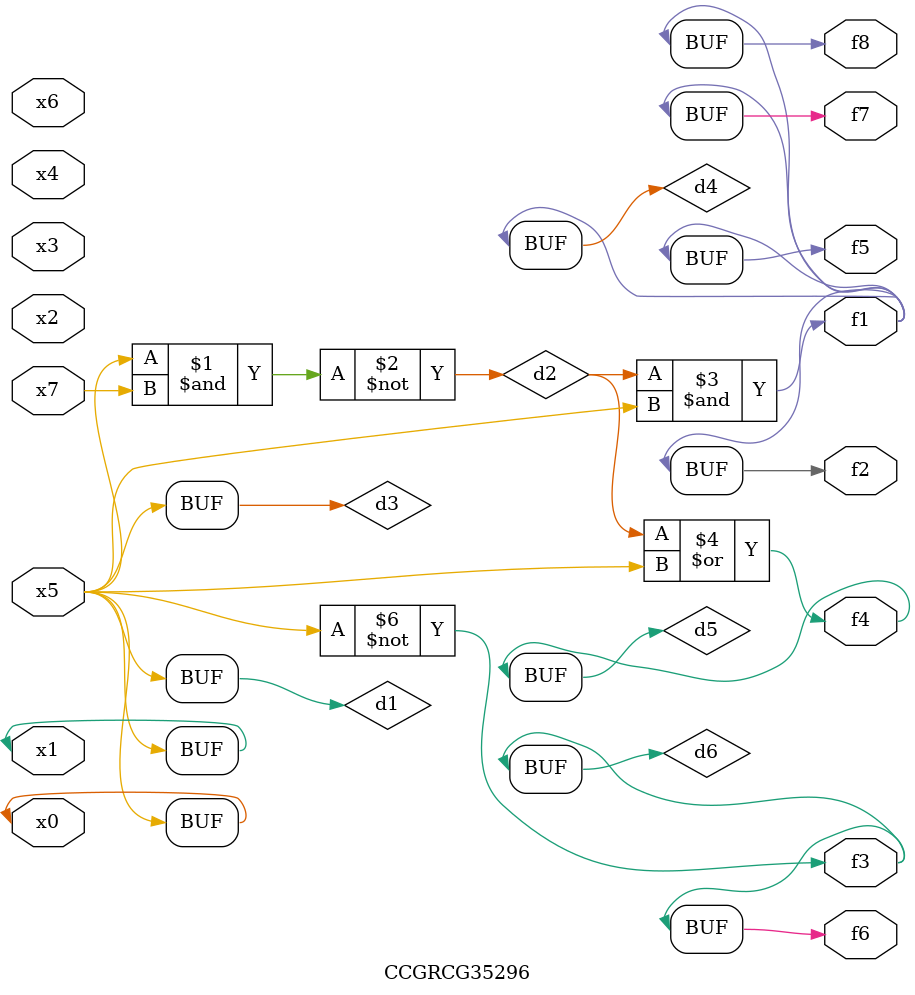
<source format=v>
module CCGRCG35296(
	input x0, x1, x2, x3, x4, x5, x6, x7,
	output f1, f2, f3, f4, f5, f6, f7, f8
);

	wire d1, d2, d3, d4, d5, d6;

	buf (d1, x0, x5);
	nand (d2, x5, x7);
	buf (d3, x0, x1);
	and (d4, d2, d3);
	or (d5, d2, d3);
	nor (d6, d1, d3);
	assign f1 = d4;
	assign f2 = d4;
	assign f3 = d6;
	assign f4 = d5;
	assign f5 = d4;
	assign f6 = d6;
	assign f7 = d4;
	assign f8 = d4;
endmodule

</source>
